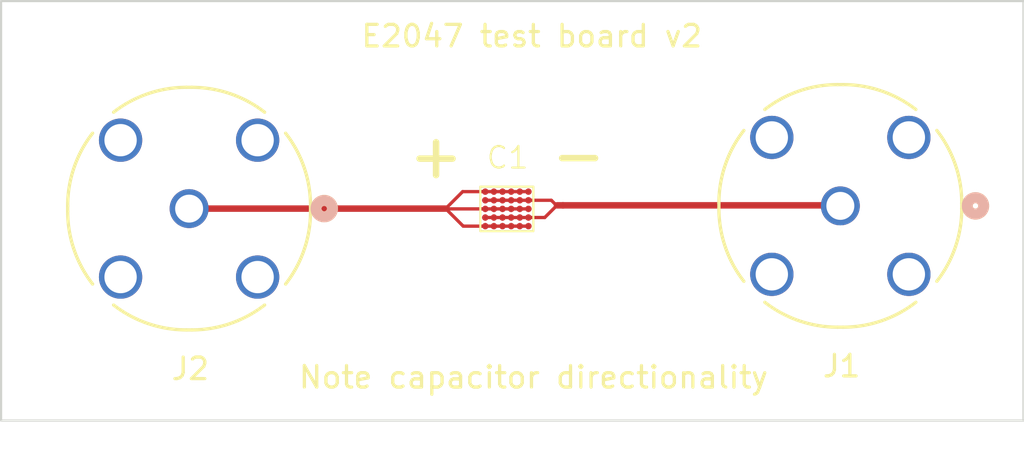
<source format=kicad_pcb>
(kicad_pcb (version 20221018) (generator pcbnew)
  (layers (0 "F.Cu" signal) (31 "B.Cu" signal) (34 "B.Paste" user) (35 "F.Paste" user) (36 "B.SilkS" user "B.Silkscreen") (37 "F.SilkS" user "F.Silkscreen") (38 "B.Mask" user) (39 "F.Mask" user) (44 "Edge.Cuts" user))
  (net 0 "")
  (net 1 "Net-(C1-Pad1)")
  (net 2 "Net-(C1-Pad2)")
  (footprint "Custom:CONN_112404_AMP" (layer "F.Cu") (at 129.2606 69.7992)
    (fp_text reference "J2" (at 0.06 7.43 unlocked) (layer "F.SilkS"))
    (fp_text value "112404")
    (fp_circle (center 6.2611 0) (end 6.6421 0) (stroke (width 0.508)) (fill none) (layer "B.SilkS"))
    (fp_line (start -5.6261 -0.127) (end -5.6261 0.127) (stroke (width 0.1524)) (layer "F.SilkS"))
    (fp_line (start -0.127 5.6261) (end 0.127 5.6261) (stroke (width 0.1524)) (layer "F.SilkS"))
    (fp_line (start 0.127 -5.6261) (end -0.127 -5.6261) (stroke (width 0.1524)) (layer "F.SilkS"))
    (fp_line (start 5.6261 0.127) (end 5.6261 -0.127) (stroke (width 0.1524)) (layer "F.SilkS"))
    (fp_arc (start -5.6261 -0.126996) (mid -5.329389 -1.908925) (end -4.47127 -3.49856) (stroke (width 0.1524)) (layer "F.SilkS"))
    (fp_arc (start -4.471268 3.498563) (mid -5.329387 1.908928) (end -5.6261 0.127) (stroke (width 0.1524)) (layer "F.SilkS"))
    (fp_arc (start -3.498563 -4.471268) (mid -1.908928 -5.329387) (end -0.127 -5.6261) (stroke (width 0.1524)) (layer "F.SilkS"))
    (fp_arc (start -0.126996 5.6261) (mid -1.908925 5.329389) (end -3.49856 4.47127) (stroke (width 0.1524)) (layer "F.SilkS"))
    (fp_arc (start 0.127 -5.6261) (mid 1.908928 -5.329387) (end 3.498563 -4.471268) (stroke (width 0.1524)) (layer "F.SilkS"))
    (fp_arc (start 3.498563 4.471268) (mid 1.908928 5.329387) (end 0.127 5.6261) (stroke (width 0.1524)) (layer "F.SilkS"))
    (fp_arc (start 4.471268 -3.498563) (mid 5.329387 -1.908928) (end 5.6261 -0.127) (stroke (width 0.1524)) (layer "F.SilkS"))
    (fp_arc (start 5.6261 0.127) (mid 5.329388 1.908926) (end 4.471271 3.498559) (stroke (width 0.1524)) (layer "F.SilkS"))
    (fp_circle (center 6.2611 0) (end 6.6421 0) (stroke (width 0.508)) (fill none) (layer "F.SilkS"))
    (pad "1" thru_hole circle (at 0 0) (size 1.8034 1.8034) (drill 1.2954) (layers "*.Cu" "*.Mask") (net 1 "Net-(C1-Pad1)"))
    (pad "2" thru_hole circle (at -3.175 -3.175) (size 2.0066 2.0066) (drill 1.4986) (layers "*.Cu" "*.Mask"))
    (pad "3" thru_hole circle (at 3.175 -3.175) (size 2.0066 2.0066) (drill 1.4986) (layers "*.Cu" "*.Mask"))
    (pad "4" thru_hole circle (at -3.175 3.175) (size 2.0066 2.0066) (drill 1.4986) (layers "*.Cu" "*.Mask"))
    (pad "5" thru_hole circle (at 3.175 3.175) (size 2.0066 2.0066) (drill 1.4986) (layers "*.Cu" "*.Mask"))
  )
  (footprint "Custom:EC2047 parallel" (layer "F.Cu") (at 143.9832 70.612)
    (fp_text reference "C1" (at 0.0348 -3.175 unlocked) (layer "F.SilkS") (effects (font (thickness 0.1))))
    (fp_text value "C_Polarized")
    (fp_rect (start -1.229 -1.832) (end 1.229 0.233) (stroke (width 0.1)) (fill none) (layer "F.SilkS"))
    (pad "1" smd circle (at 1 0) (size 0.3 0.3) (layers "F.Cu" "F.Paste" "F.Mask") (net 1 "Net-(C1-Pad1)"))
    (pad "2" smd circle (at 0.6 0) (size 0.3 0.3) (layers "F.Cu" "F.Paste" "F.Mask") (net 1 "Net-(C1-Pad1)"))
    (pad "3" smd circle (at 0.2 0) (size 0.3 0.3) (layers "F.Cu" "F.Paste" "F.Mask") (net 1 "Net-(C1-Pad1)"))
    (pad "4" smd circle (at -0.2 0) (size 0.3 0.3) (layers "F.Cu" "F.Paste" "F.Mask") (net 1 "Net-(C1-Pad1)"))
    (pad "5" smd circle (at -0.6 0) (size 0.3 0.3) (layers "F.Cu" "F.Paste" "F.Mask") (net 1 "Net-(C1-Pad1)"))
    (pad "6" smd circle (at -1 0) (size 0.3 0.3) (layers "F.Cu" "F.Paste" "F.Mask") (net 1 "Net-(C1-Pad1)"))
    (pad "7" smd circle (at 1 -0.4) (size 0.3 0.3) (layers "F.Cu" "F.Paste" "F.Mask") (net 2 "Net-(C1-Pad2)"))
    (pad "8" smd circle (at 0.6 -0.4) (size 0.3 0.3) (layers "F.Cu" "F.Paste" "F.Mask") (net 2 "Net-(C1-Pad2)"))
    (pad "9" smd circle (at 0.2 -0.4) (size 0.3 0.3) (layers "F.Cu" "F.Paste" "F.Mask") (net 2 "Net-(C1-Pad2)"))
    (pad "10" smd circle (at -0.2 -0.4) (size 0.3 0.3) (layers "F.Cu" "F.Paste" "F.Mask") (net 2 "Net-(C1-Pad2)"))
    (pad "11" smd circle (at -0.6 -0.4) (size 0.3 0.3) (layers "F.Cu" "F.Paste" "F.Mask") (net 2 "Net-(C1-Pad2)"))
    (pad "12" smd circle (at -1 -0.4) (size 0.3 0.3) (layers "F.Cu" "F.Paste" "F.Mask") (net 2 "Net-(C1-Pad2)"))
    (pad "13" smd circle (at 1 -0.8) (size 0.3 0.3) (layers "F.Cu" "F.Paste" "F.Mask") (net 1 "Net-(C1-Pad1)"))
    (pad "14" smd circle (at 0.6 -0.8) (size 0.3 0.3) (layers "F.Cu" "F.Paste" "F.Mask") (net 1 "Net-(C1-Pad1)"))
    (pad "15" smd circle (at 0.2 -0.8) (size 0.3 0.3) (layers "F.Cu" "F.Paste" "F.Mask") (net 1 "Net-(C1-Pad1)"))
    (pad "16" smd circle (at -0.2 -0.8) (size 0.3 0.3) (layers "F.Cu" "F.Paste" "F.Mask") (net 1 "Net-(C1-Pad1)"))
    (pad "17" smd circle (at -0.6 -0.8) (size 0.3 0.3) (layers "F.Cu" "F.Paste" "F.Mask") (net 1 "Net-(C1-Pad1)"))
    (pad "18" smd circle (at -1 -0.8) (size 0.3 0.3) (layers "F.Cu" "F.Paste" "F.Mask") (net 1 "Net-(C1-Pad1)"))
    (pad "19" smd circle (at 1 -1.2) (size 0.3 0.3) (layers "F.Cu" "F.Paste" "F.Mask") (net 2 "Net-(C1-Pad2)"))
    (pad "20" smd circle (at 0.6 -1.2) (size 0.3 0.3) (layers "F.Cu" "F.Paste" "F.Mask") (net 2 "Net-(C1-Pad2)"))
    (pad "21" smd circle (at 0.2 -1.2) (size 0.3 0.3) (layers "F.Cu" "F.Paste" "F.Mask") (net 2 "Net-(C1-Pad2)"))
    (pad "22" smd circle (at -0.2 -1.2) (size 0.3 0.3) (layers "F.Cu" "F.Paste" "F.Mask") (net 2 "Net-(C1-Pad2)"))
    (pad "23" smd circle (at -0.6 -1.2) (size 0.3 0.3) (layers "F.Cu" "F.Paste" "F.Mask") (net 2 "Net-(C1-Pad2)"))
    (pad "24" smd circle (at -1 -1.2) (size 0.3 0.3) (layers "F.Cu" "F.Paste" "F.Mask") (net 2 "Net-(C1-Pad2)"))
    (pad "25" smd circle (at 1 -1.6) (size 0.3 0.3) (layers "F.Cu" "F.Paste" "F.Mask") (net 1 "Net-(C1-Pad1)"))
    (pad "26" smd circle (at 0.6 -1.6) (size 0.3 0.3) (layers "F.Cu" "F.Paste" "F.Mask") (net 1 "Net-(C1-Pad1)"))
    (pad "27" smd circle (at 0.2 -1.6) (size 0.3 0.3) (layers "F.Cu" "F.Paste" "F.Mask") (net 1 "Net-(C1-Pad1)"))
    (pad "28" smd circle (at -0.2 -1.6) (size 0.3 0.3) (layers "F.Cu" "F.Paste" "F.Mask") (net 1 "Net-(C1-Pad1)"))
    (pad "29" smd circle (at -0.6 -1.6) (size 0.3 0.3) (layers "F.Cu" "F.Paste" "F.Mask") (net 1 "Net-(C1-Pad1)"))
    (pad "30" smd circle (at -1 -1.6) (size 0.3 0.3) (layers "F.Cu" "F.Paste" "F.Mask") (net 1 "Net-(C1-Pad1)"))
  )
  (footprint "Custom:CONN_112404_AMP" (layer "F.Cu") (at 159.4358 69.6722)
    (fp_text reference "J1" (at 0.06 7.43 unlocked) (layer "F.SilkS"))
    (fp_text value "112404")
    (fp_circle (center 6.2611 0) (end 6.6421 0) (stroke (width 0.508)) (fill none) (layer "B.SilkS"))
    (fp_line (start -5.6261 -0.127) (end -5.6261 0.127) (stroke (width 0.1524)) (layer "F.SilkS"))
    (fp_line (start -0.127 5.6261) (end 0.127 5.6261) (stroke (width 0.1524)) (layer "F.SilkS"))
    (fp_line (start 0.127 -5.6261) (end -0.127 -5.6261) (stroke (width 0.1524)) (layer "F.SilkS"))
    (fp_line (start 5.6261 0.127) (end 5.6261 -0.127) (stroke (width 0.1524)) (layer "F.SilkS"))
    (fp_arc (start -5.6261 -0.126996) (mid -5.329389 -1.908925) (end -4.47127 -3.49856) (stroke (width 0.1524)) (layer "F.SilkS"))
    (fp_arc (start -4.471268 3.498563) (mid -5.329387 1.908928) (end -5.6261 0.127) (stroke (width 0.1524)) (layer "F.SilkS"))
    (fp_arc (start -3.498563 -4.471268) (mid -1.908928 -5.329387) (end -0.127 -5.6261) (stroke (width 0.1524)) (layer "F.SilkS"))
    (fp_arc (start -0.126996 5.6261) (mid -1.908925 5.329389) (end -3.49856 4.47127) (stroke (width 0.1524)) (layer "F.SilkS"))
    (fp_arc (start 0.127 -5.6261) (mid 1.908928 -5.329387) (end 3.498563 -4.471268) (stroke (width 0.1524)) (layer "F.SilkS"))
    (fp_arc (start 3.498563 4.471268) (mid 1.908928 5.329387) (end 0.127 5.6261) (stroke (width 0.1524)) (layer "F.SilkS"))
    (fp_arc (start 4.471268 -3.498563) (mid 5.329387 -1.908928) (end 5.6261 -0.127) (stroke (width 0.1524)) (layer "F.SilkS"))
    (fp_arc (start 5.6261 0.127) (mid 5.329388 1.908926) (end 4.471271 3.498559) (stroke (width 0.1524)) (layer "F.SilkS"))
    (fp_circle (center 6.2611 0) (end 6.6421 0) (stroke (width 0.508)) (fill none) (layer "F.SilkS"))
    (pad "1" thru_hole circle (at 0 0) (size 1.8034 1.8034) (drill 1.2954) (layers "*.Cu" "*.Mask") (net 2 "Net-(C1-Pad2)"))
    (pad "2" thru_hole circle (at -3.175 -3.175) (size 2.0066 2.0066) (drill 1.4986) (layers "*.Cu" "*.Mask"))
    (pad "3" thru_hole circle (at 3.175 -3.175) (size 2.0066 2.0066) (drill 1.4986) (layers "*.Cu" "*.Mask"))
    (pad "4" thru_hole circle (at -3.175 3.175) (size 2.0066 2.0066) (drill 1.4986) (layers "*.Cu" "*.Mask"))
    (pad "5" thru_hole circle (at 3.175 3.175) (size 2.0066 2.0066) (drill 1.4986) (layers "*.Cu" "*.Mask"))
  )
  (gr_rect (start 120.5484 60.1726) (end 167.9194 79.629) (stroke (width 0.1)) (fill none) (layer "Edge.Cuts"))
  (gr_text "Note capacitor directionality" (at 134.2644 78.2066) (layer "F.SilkS") (effects (font (size 1 1)) (justify left bottom)))
  (gr_text "E2047 test board v2" (at 137.16 62.3824) (layer "F.SilkS") (effects (font (size 1 1)) (justify left bottom)))
  (gr_text "-" (at 145.8722 68.4784) (layer "F.SilkS") (effects (font (size 2 2) (thickness 0.3)) (justify left bottom)))
  (gr_text "+" (at 139.2682 68.5038) (layer "F.SilkS") (effects (font (size 2 2) (thickness 0.3)) (justify left bottom)))
  (segment (start 141.1606 69.812) (end 141.1478 69.7992) (width 0.15) (layer "F.Cu") (net 1))
  (segment (start 144.9832 70.612) (end 142.9832 70.612) (width 0.1524) (layer "F.Cu") (net 1))
  (segment (start 141.224 69.723) (end 141.1478 69.7992) (width 0.15) (layer "F.Cu") (net 1))
  (segment (start 141.1478 69.7992) (end 129.2606 69.7992) (width 0.3) (layer "F.Cu") (net 1))
  (segment (start 144.9832 69.812) (end 142.9832 69.812) (width 0.1524) (layer "F.Cu") (net 1))
  (segment (start 141.9606 70.612) (end 141.1606 69.812) (width 0.1524) (layer "F.Cu") (net 1))
  (segment (start 142.9832 70.612) (end 141.9606 70.612) (width 0.1524) (layer "F.Cu") (net 1))
  (segment (start 142.9832 69.812) (end 141.1606 69.812) (width 0.1524) (layer "F.Cu") (net 1))
  (segment (start 141.935 69.012) (end 141.224 69.723) (width 0.1524) (layer "F.Cu") (net 1))
  (segment (start 144.9832 69.012) (end 142.9832 69.012) (width 0.1524) (layer "F.Cu") (net 1))
  (segment (start 142.9832 69.012) (end 141.935 69.012) (width 0.1524) (layer "F.Cu") (net 1))
  (segment (start 142.9832 69.412) (end 146.0438 69.412) (width 0.1524) (layer "F.Cu") (net 2))
  (segment (start 146.5834 69.6468) (end 159.4104 69.6468) (width 0.3) (layer "F.Cu") (net 2))
  (segment (start 146.304 69.6468) (end 146.5834 69.6468) (width 0.3) (layer "F.Cu") (net 2))
  (segment (start 146.0438 69.412) (end 146.2786 69.6468) (width 0.1524) (layer "F.Cu") (net 2))
  (segment (start 159.4104 69.6468) (end 159.4358 69.6722) (width 0.15) (layer "F.Cu") (net 2))
  (segment (start 146.2786 69.6468) (end 146.5834 69.6468) (width 0.15) (layer "F.Cu") (net 2))
  (segment (start 145.7388 70.212) (end 146.304 69.6468) (width 0.1524) (layer "F.Cu") (net 2))
  (segment (start 142.9832 70.212) (end 145.7388 70.212) (width 0.1524) (layer "F.Cu") (net 2))
)
</source>
